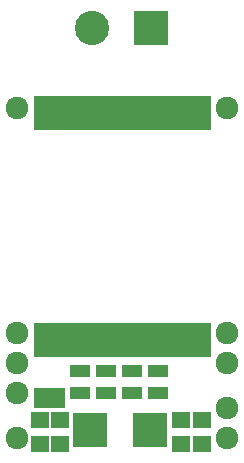
<source format=gts>
G04 #@! TF.FileFunction,Soldermask,Top*
%FSLAX46Y46*%
G04 Gerber Fmt 4.6, Leading zero omitted, Abs format (unit mm)*
G04 Created by KiCad (PCBNEW 4.0.6+dfsg1-1) date Thu Mar 15 12:50:15 2018*
%MOMM*%
%LPD*%
G01*
G04 APERTURE LIST*
%ADD10C,0.100000*%
%ADD11R,2.900000X2.900000*%
%ADD12C,2.900000*%
%ADD13R,1.700000X1.100000*%
%ADD14R,1.080000X3.000000*%
%ADD15C,1.924000*%
%ADD16R,1.650000X1.400000*%
%ADD17R,2.950000X2.900000*%
%ADD18R,1.370000X1.670000*%
G04 APERTURE END LIST*
D10*
D11*
X130800000Y-45200000D03*
D12*
X125800000Y-45200000D03*
D13*
X127000000Y-74250000D03*
X127000000Y-76150000D03*
X124800000Y-74250000D03*
X124800000Y-76150000D03*
X131400000Y-74250000D03*
X131400000Y-76150000D03*
X129200000Y-74250000D03*
X129200000Y-76150000D03*
D14*
X121400000Y-71600000D03*
X122400000Y-71600000D03*
X123400000Y-71600000D03*
X124400000Y-71600000D03*
X125400000Y-71600000D03*
X126400000Y-71600000D03*
X127400000Y-71600000D03*
X128400000Y-71600000D03*
X129400000Y-71600000D03*
X130400000Y-71600000D03*
X131400000Y-71600000D03*
X132400000Y-71600000D03*
X133400000Y-71600000D03*
X134400000Y-71600000D03*
X135400000Y-71600000D03*
X135400000Y-52400000D03*
X134400000Y-52400000D03*
X133400000Y-52400000D03*
X132400000Y-52400000D03*
X131400000Y-52400000D03*
X130400000Y-52400000D03*
X129400000Y-52400000D03*
X128400000Y-52400000D03*
X127400000Y-52400000D03*
X126400000Y-52400000D03*
X125400000Y-52400000D03*
X124400000Y-52400000D03*
X123400000Y-52400000D03*
X122400000Y-52400000D03*
X121400000Y-52400000D03*
D15*
X137250000Y-79930000D03*
X137250000Y-77390000D03*
X137250000Y-73580000D03*
X137250000Y-71040000D03*
X119470000Y-79930000D03*
X119470000Y-51990000D03*
X137250000Y-51990000D03*
X119470000Y-76120000D03*
X119470000Y-73580000D03*
X119470000Y-71040000D03*
D16*
X123100000Y-80400000D03*
X123100000Y-78400000D03*
X121400000Y-80400000D03*
X121400000Y-78400000D03*
D17*
X125675000Y-79200000D03*
X130725000Y-79200000D03*
D16*
X133300000Y-80400000D03*
X133300000Y-78400000D03*
X135100000Y-80400000D03*
X135100000Y-78400000D03*
D18*
X121560000Y-76500000D03*
X122840000Y-76500000D03*
M02*

</source>
